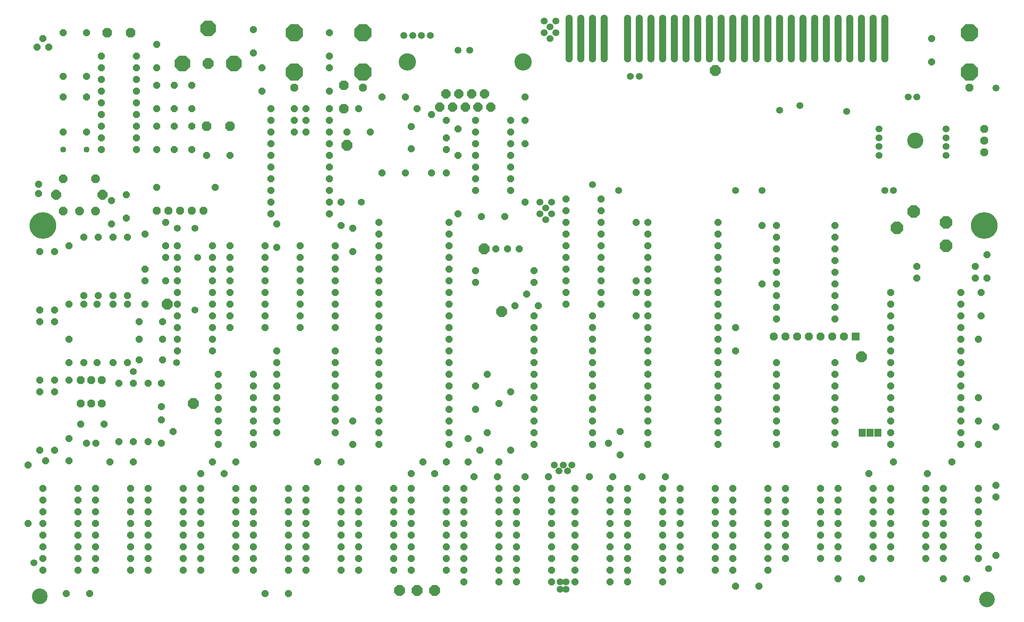
<source format=gts>
G04 EAGLE Gerber RS-274X export*
G75*
%MOMM*%
%FSLAX34Y34*%
%LPD*%
%INTop Soldermask*%
%IPPOS*%
%AMOC8*
5,1,8,0,0,1.08239X$1,22.5*%
G01*
%ADD10C,3.403200*%
%ADD11C,5.791200*%
%ADD12C,1.503200*%
%ADD13P,2.969212X8X112.500000*%
%ADD14P,1.649562X8X112.500000*%
%ADD15P,1.649562X8X292.500000*%
%ADD16P,1.649562X8X202.500000*%
%ADD17P,2.969212X8X247.500000*%
%ADD18P,1.649562X8X22.500000*%
%ADD19P,2.281895X8X22.500000*%
%ADD20P,1.310991X8X202.500000*%
%ADD21P,1.869504X8X202.500000*%
%ADD22C,3.505200*%
%ADD23P,2.005885X8X202.500000*%
%ADD24P,2.330602X8X202.500000*%
%ADD25P,2.158177X8X202.500000*%
%ADD26C,3.759200*%
%ADD27P,1.869504X8X112.500000*%
%ADD28P,1.852186X8X292.500000*%
%ADD29R,1.711200X1.711200*%
%ADD30P,2.556822X8X202.500000*%
%ADD31P,2.556822X8X22.500000*%
%ADD32C,1.340609*%
%ADD33P,4.025625X8X202.500000*%
%ADD34P,1.852186X8X22.500000*%
%ADD35P,2.488090X8X22.500000*%
%ADD36P,3.711515X8X22.500000*%
%ADD37P,2.281895X8X112.500000*%
%ADD38R,1.503200X1.703200*%
%ADD39C,1.511200*%


D10*
X63500Y50800D03*
D11*
X69850Y857250D03*
X2114550Y857250D03*
D10*
X2120900Y44450D03*
D12*
X50800Y123825D03*
X2139950Y1155700D03*
D13*
X2032000Y812800D03*
X2032000Y863600D03*
D14*
X2108200Y660400D03*
X2108200Y711200D03*
X2120900Y742950D03*
X2120900Y793750D03*
X2101850Y381000D03*
X2101850Y431800D03*
D15*
X1574800Y635000D03*
X1574800Y584200D03*
X1358900Y711200D03*
X1358900Y660400D03*
D16*
X1422400Y311150D03*
X1371600Y311150D03*
X1308100Y311150D03*
X1257300Y311150D03*
D17*
X1961061Y887911D03*
X1925139Y851989D03*
D16*
X1168400Y311150D03*
X1117600Y311150D03*
X1057275Y311150D03*
X1006475Y311150D03*
D15*
X742950Y431800D03*
X742950Y381000D03*
X2000250Y1263650D03*
X2000250Y1212850D03*
D14*
X219075Y860425D03*
X219075Y911225D03*
D15*
X317500Y1073150D03*
X317500Y1022350D03*
D14*
X355600Y1022350D03*
X355600Y1073150D03*
X250825Y873125D03*
X250825Y923925D03*
D18*
X114300Y1060450D03*
X165100Y1060450D03*
D15*
X317500Y1162050D03*
X317500Y1111250D03*
X527050Y1282700D03*
X527050Y1231900D03*
D16*
X330200Y565150D03*
X279400Y565150D03*
X330200Y609600D03*
X279400Y609600D03*
X330200Y647700D03*
X279400Y647700D03*
D15*
X327025Y514350D03*
X327025Y463550D03*
D16*
X203200Y425450D03*
X152400Y425450D03*
X164465Y384175D03*
X184785Y384175D03*
D18*
X76200Y346075D03*
X127000Y346075D03*
D14*
X127000Y558800D03*
X127000Y609600D03*
X60325Y946785D03*
X60325Y926465D03*
D19*
X425450Y1073150D03*
X476250Y1073150D03*
D15*
X546100Y1200150D03*
X546100Y1149350D03*
D18*
X730250Y1060450D03*
X781050Y1060450D03*
D15*
X336550Y787400D03*
X336550Y736600D03*
X717550Y908050D03*
X717550Y857250D03*
X1117600Y1136650D03*
X1117600Y1085850D03*
X946150Y1022350D03*
X946150Y971550D03*
D18*
X806450Y971550D03*
X857250Y971550D03*
D15*
X1009650Y508000D03*
X1009650Y457200D03*
D18*
X1009650Y733425D03*
X1136650Y733425D03*
D15*
X2139950Y266700D03*
X2139950Y139700D03*
D14*
X2139950Y292100D03*
X2139950Y419100D03*
D16*
X692150Y1035050D03*
X565150Y1035050D03*
D18*
X615950Y1085850D03*
X565150Y1085850D03*
D14*
X222250Y558800D03*
X222250Y685800D03*
X222250Y704850D03*
X222250Y831850D03*
X254000Y558800D03*
X254000Y685800D03*
X254000Y704850D03*
X254000Y831850D03*
D15*
X95250Y495300D03*
X95250Y368300D03*
D18*
X1663700Y558800D03*
X1790700Y558800D03*
D14*
X127000Y393700D03*
X127000Y520700D03*
X38100Y209550D03*
X38100Y336550D03*
D15*
X63500Y647700D03*
X63500Y520700D03*
X95250Y647700D03*
X95250Y520700D03*
D14*
X63500Y673100D03*
X63500Y800100D03*
D15*
X692150Y1149350D03*
X692150Y1200150D03*
D18*
X692150Y1060450D03*
X641350Y1060450D03*
D14*
X190500Y704850D03*
X190500Y831850D03*
D20*
X165100Y1022350D03*
X114300Y1022350D03*
D18*
X1663700Y533400D03*
X1790700Y533400D03*
X1663700Y508000D03*
X1790700Y508000D03*
X1663700Y381000D03*
X1790700Y381000D03*
X1663700Y406400D03*
X1790700Y406400D03*
X1663700Y431800D03*
X1790700Y431800D03*
X1663700Y457200D03*
X1790700Y457200D03*
X1663700Y482600D03*
X1790700Y482600D03*
D16*
X1536700Y381000D03*
X1536700Y406400D03*
X1536700Y533400D03*
X1536700Y558800D03*
X1536700Y431800D03*
X1536700Y457200D03*
X1536700Y508000D03*
X1536700Y482600D03*
X1536700Y584200D03*
X1536700Y609600D03*
X1536700Y635000D03*
X1536700Y660400D03*
X1536700Y685800D03*
X1536700Y711200D03*
X1536700Y736600D03*
X1536700Y762000D03*
X1536700Y787400D03*
X1536700Y812800D03*
X1536700Y838200D03*
X1536700Y863600D03*
X1384300Y863600D03*
X1384300Y838200D03*
X1384300Y812800D03*
X1384300Y787400D03*
X1384300Y762000D03*
X1384300Y736600D03*
X1384300Y711200D03*
X1384300Y685800D03*
X1384300Y660400D03*
X1384300Y635000D03*
X1384300Y609600D03*
X1384300Y584200D03*
X1384300Y558800D03*
X1384300Y533400D03*
X1384300Y508000D03*
X1384300Y482600D03*
X1384300Y457200D03*
X1384300Y431800D03*
X1384300Y406400D03*
X1384300Y381000D03*
X438150Y584200D03*
X438150Y609600D03*
X438150Y736600D03*
X438150Y762000D03*
X438150Y635000D03*
X438150Y660400D03*
X438150Y711200D03*
X438150Y685800D03*
X438150Y787400D03*
X438150Y812800D03*
X361950Y812800D03*
X361950Y787400D03*
X361950Y762000D03*
X361950Y736600D03*
X361950Y711200D03*
X361950Y685800D03*
X361950Y660400D03*
X361950Y635000D03*
X361950Y609600D03*
X361950Y584200D03*
X273050Y1022350D03*
X273050Y1047750D03*
X273050Y1174750D03*
X273050Y1200150D03*
X273050Y1073150D03*
X273050Y1098550D03*
X273050Y1149350D03*
X273050Y1123950D03*
X273050Y1225550D03*
X196850Y1225550D03*
X196850Y1200150D03*
X196850Y1174750D03*
X196850Y1149350D03*
X196850Y1123950D03*
X196850Y1098550D03*
X196850Y1073150D03*
X196850Y1047750D03*
X196850Y1022350D03*
X146050Y107950D03*
X146050Y133350D03*
X146050Y260350D03*
X146050Y285750D03*
X146050Y158750D03*
X146050Y184150D03*
X146050Y234950D03*
X146050Y209550D03*
X69850Y285750D03*
X69850Y260350D03*
X69850Y234950D03*
X69850Y209550D03*
X69850Y184150D03*
X69850Y158750D03*
X69850Y133350D03*
X69850Y107950D03*
X260350Y107950D03*
X260350Y133350D03*
X260350Y260350D03*
X260350Y285750D03*
X260350Y158750D03*
X260350Y184150D03*
X260350Y234950D03*
X260350Y209550D03*
X184150Y285750D03*
X184150Y260350D03*
X184150Y234950D03*
X184150Y209550D03*
X184150Y184150D03*
X184150Y158750D03*
X184150Y133350D03*
X184150Y107950D03*
X374650Y107950D03*
X374650Y133350D03*
X374650Y260350D03*
X374650Y285750D03*
X374650Y158750D03*
X374650Y184150D03*
X374650Y234950D03*
X374650Y209550D03*
X298450Y285750D03*
X298450Y260350D03*
X298450Y234950D03*
X298450Y209550D03*
X298450Y184150D03*
X298450Y158750D03*
X298450Y133350D03*
X298450Y107950D03*
X488950Y107950D03*
X488950Y133350D03*
X488950Y260350D03*
X488950Y285750D03*
X488950Y158750D03*
X488950Y184150D03*
X488950Y234950D03*
X488950Y209550D03*
X412750Y285750D03*
X412750Y260350D03*
X412750Y234950D03*
X412750Y209550D03*
X412750Y184150D03*
X412750Y158750D03*
X412750Y133350D03*
X412750Y107950D03*
X603250Y107950D03*
X603250Y133350D03*
X603250Y260350D03*
X603250Y285750D03*
X603250Y158750D03*
X603250Y184150D03*
X603250Y234950D03*
X603250Y209550D03*
X527050Y285750D03*
X527050Y260350D03*
X527050Y234950D03*
X527050Y209550D03*
X527050Y184150D03*
X527050Y158750D03*
X527050Y133350D03*
X527050Y107950D03*
X717550Y107950D03*
X717550Y133350D03*
X717550Y260350D03*
X717550Y285750D03*
X717550Y158750D03*
X717550Y184150D03*
X717550Y234950D03*
X717550Y209550D03*
X641350Y285750D03*
X641350Y260350D03*
X641350Y234950D03*
X641350Y209550D03*
X641350Y184150D03*
X641350Y158750D03*
X641350Y133350D03*
X641350Y107950D03*
X831850Y107950D03*
X831850Y133350D03*
X831850Y260350D03*
X831850Y285750D03*
X831850Y158750D03*
X831850Y184150D03*
X831850Y234950D03*
X831850Y209550D03*
X755650Y285750D03*
X755650Y260350D03*
X755650Y234950D03*
X755650Y209550D03*
X755650Y184150D03*
X755650Y158750D03*
X755650Y133350D03*
X755650Y107950D03*
X2063750Y381000D03*
X2063750Y406400D03*
X2063750Y533400D03*
X2063750Y558800D03*
X2063750Y431800D03*
X2063750Y457200D03*
X2063750Y508000D03*
X2063750Y482600D03*
X2063750Y584200D03*
X2063750Y609600D03*
X2063750Y635000D03*
X2063750Y660400D03*
X2063750Y685800D03*
X2063750Y711200D03*
X1911350Y711200D03*
X1911350Y685800D03*
X1911350Y660400D03*
X1911350Y635000D03*
X1911350Y609600D03*
X1911350Y584200D03*
X1911350Y558800D03*
X1911350Y533400D03*
X1911350Y508000D03*
X1911350Y482600D03*
X1911350Y457200D03*
X1911350Y431800D03*
X1911350Y406400D03*
X1911350Y381000D03*
X946150Y107950D03*
X946150Y133350D03*
X946150Y260350D03*
X946150Y285750D03*
X946150Y158750D03*
X946150Y184150D03*
X946150Y234950D03*
X946150Y209550D03*
X869950Y285750D03*
X869950Y260350D03*
X869950Y234950D03*
X869950Y209550D03*
X869950Y184150D03*
X869950Y158750D03*
X869950Y133350D03*
X869950Y107950D03*
X1416050Y82550D03*
X1416050Y107950D03*
X1416050Y234950D03*
X1416050Y260350D03*
X1416050Y133350D03*
X1416050Y158750D03*
X1416050Y209550D03*
X1416050Y184150D03*
X1416050Y285750D03*
X1339850Y285750D03*
X1339850Y260350D03*
X1339850Y234950D03*
X1339850Y209550D03*
X1339850Y184150D03*
X1339850Y158750D03*
X1339850Y133350D03*
X1339850Y107950D03*
X1339850Y82550D03*
X1174750Y82550D03*
X1174750Y107950D03*
X1174750Y234950D03*
X1174750Y260350D03*
X1174750Y133350D03*
X1174750Y158750D03*
X1174750Y209550D03*
X1174750Y184150D03*
X1174750Y285750D03*
X1098550Y285750D03*
X1098550Y260350D03*
X1098550Y234950D03*
X1098550Y209550D03*
X1098550Y184150D03*
X1098550Y158750D03*
X1098550Y133350D03*
X1098550Y107950D03*
X1098550Y82550D03*
X1301750Y82550D03*
X1301750Y107950D03*
X1301750Y234950D03*
X1301750Y260350D03*
X1301750Y133350D03*
X1301750Y158750D03*
X1301750Y209550D03*
X1301750Y184150D03*
X1301750Y285750D03*
X1225550Y285750D03*
X1225550Y260350D03*
X1225550Y234950D03*
X1225550Y209550D03*
X1225550Y184150D03*
X1225550Y158750D03*
X1225550Y133350D03*
X1225550Y107950D03*
X1225550Y82550D03*
X1060450Y82550D03*
X1060450Y107950D03*
X1060450Y234950D03*
X1060450Y260350D03*
X1060450Y133350D03*
X1060450Y158750D03*
X1060450Y209550D03*
X1060450Y184150D03*
X1060450Y285750D03*
X984250Y285750D03*
X984250Y260350D03*
X984250Y234950D03*
X984250Y209550D03*
X984250Y184150D03*
X984250Y158750D03*
X984250Y133350D03*
X984250Y107950D03*
X984250Y82550D03*
X1987550Y133350D03*
X1987550Y158750D03*
X1987550Y285750D03*
X1911350Y285750D03*
X1987550Y184150D03*
X1987550Y209550D03*
X1987550Y260350D03*
X1987550Y234950D03*
X1911350Y260350D03*
X1911350Y234950D03*
X1911350Y209550D03*
X1911350Y184150D03*
X1911350Y158750D03*
X1911350Y133350D03*
X1873250Y133350D03*
X1873250Y158750D03*
X1873250Y285750D03*
X1797050Y285750D03*
X1873250Y184150D03*
X1873250Y209550D03*
X1873250Y260350D03*
X1873250Y234950D03*
X1797050Y260350D03*
X1797050Y234950D03*
X1797050Y209550D03*
X1797050Y184150D03*
X1797050Y158750D03*
X1797050Y133350D03*
X2101850Y133350D03*
X2101850Y158750D03*
X2101850Y285750D03*
X2025650Y285750D03*
X2101850Y184150D03*
X2101850Y209550D03*
X2101850Y260350D03*
X2101850Y234950D03*
X2025650Y260350D03*
X2025650Y234950D03*
X2025650Y209550D03*
X2025650Y184150D03*
X2025650Y158750D03*
X2025650Y133350D03*
X1085850Y933450D03*
X1085850Y958850D03*
X1085850Y1085850D03*
X1009650Y1085850D03*
X1085850Y984250D03*
X1085850Y1009650D03*
X1085850Y1060450D03*
X1085850Y1035050D03*
X1009650Y1060450D03*
X1009650Y1035050D03*
X1009650Y1009650D03*
X1009650Y984250D03*
X1009650Y958850D03*
X1009650Y933450D03*
X952500Y381000D03*
X952500Y406400D03*
X952500Y533400D03*
X952500Y558800D03*
X952500Y431800D03*
X952500Y457200D03*
X952500Y508000D03*
X952500Y482600D03*
X952500Y584200D03*
X952500Y609600D03*
X952500Y635000D03*
X952500Y660400D03*
X952500Y685800D03*
X952500Y711200D03*
X952500Y736600D03*
X952500Y762000D03*
X952500Y787400D03*
X952500Y812800D03*
X952500Y838200D03*
X952500Y863600D03*
X800100Y863600D03*
X800100Y838200D03*
X800100Y812800D03*
X800100Y787400D03*
X800100Y762000D03*
X800100Y736600D03*
X800100Y711200D03*
X800100Y685800D03*
X800100Y660400D03*
X800100Y635000D03*
X800100Y609600D03*
X800100Y584200D03*
X800100Y558800D03*
X800100Y533400D03*
X800100Y508000D03*
X800100Y482600D03*
X800100Y457200D03*
X800100Y431800D03*
X800100Y406400D03*
X800100Y381000D03*
X527050Y381000D03*
X527050Y406400D03*
X527050Y533400D03*
X450850Y533400D03*
X527050Y431800D03*
X527050Y457200D03*
X527050Y508000D03*
X527050Y482600D03*
X450850Y508000D03*
X450850Y482600D03*
X450850Y457200D03*
X450850Y431800D03*
X450850Y406400D03*
X450850Y381000D03*
X1758950Y133350D03*
X1758950Y158750D03*
X1758950Y285750D03*
X1682750Y285750D03*
X1758950Y184150D03*
X1758950Y209550D03*
X1758950Y260350D03*
X1758950Y234950D03*
X1682750Y260350D03*
X1682750Y234950D03*
X1682750Y209550D03*
X1682750Y184150D03*
X1682750Y158750D03*
X1682750Y133350D03*
X1644650Y107950D03*
X1644650Y133350D03*
X1644650Y260350D03*
X1644650Y285750D03*
X1644650Y158750D03*
X1644650Y184150D03*
X1644650Y234950D03*
X1644650Y209550D03*
X1568450Y285750D03*
X1568450Y260350D03*
X1568450Y234950D03*
X1568450Y209550D03*
X1568450Y184150D03*
X1568450Y158750D03*
X1568450Y133350D03*
X1568450Y107950D03*
X1530350Y107950D03*
X1530350Y133350D03*
X1530350Y260350D03*
X1530350Y285750D03*
X1530350Y158750D03*
X1530350Y184150D03*
X1530350Y234950D03*
X1530350Y209550D03*
X1454150Y285750D03*
X1454150Y260350D03*
X1454150Y234950D03*
X1454150Y209550D03*
X1454150Y184150D03*
X1454150Y158750D03*
X1454150Y133350D03*
X1454150Y107950D03*
X704850Y635000D03*
X704850Y660400D03*
X704850Y787400D03*
X704850Y812800D03*
X704850Y685800D03*
X704850Y711200D03*
X704850Y762000D03*
X704850Y736600D03*
X628650Y812800D03*
X628650Y787400D03*
X628650Y762000D03*
X628650Y736600D03*
X628650Y711200D03*
X628650Y685800D03*
X628650Y660400D03*
X628650Y635000D03*
X552450Y635000D03*
X552450Y660400D03*
X552450Y787400D03*
X552450Y812800D03*
X552450Y685800D03*
X552450Y711200D03*
X552450Y762000D03*
X552450Y736600D03*
X476250Y812800D03*
X476250Y787400D03*
X476250Y762000D03*
X476250Y736600D03*
X476250Y711200D03*
X476250Y685800D03*
X476250Y660400D03*
X476250Y635000D03*
D21*
X2114550Y1016000D03*
X2114550Y1041400D03*
X2114550Y1066800D03*
D22*
X1964690Y1041400D03*
D23*
X184425Y959125D03*
X184425Y888725D03*
X114025Y888725D03*
X114025Y959125D03*
D24*
X199425Y923925D03*
X99025Y923925D03*
D23*
X149225Y888725D03*
D14*
X292100Y762000D03*
X292100Y838200D03*
D25*
X932053Y1114449D03*
X959739Y1114449D03*
X987425Y1114449D03*
X1015111Y1114449D03*
X1042797Y1114449D03*
X945896Y1142885D03*
X973582Y1142885D03*
X1001268Y1142885D03*
X1028954Y1142885D03*
D26*
X1112838Y1212850D03*
X862013Y1212850D03*
D16*
X1323975Y409575D03*
X1323975Y358775D03*
X1298575Y384175D03*
D18*
X993775Y342900D03*
X993775Y393700D03*
X1019175Y368300D03*
X946150Y1085850D03*
X971550Y1066800D03*
X946150Y1047750D03*
X327025Y384175D03*
X327025Y434975D03*
X352425Y409575D03*
D27*
X151765Y469900D03*
X174625Y469900D03*
X197485Y469900D03*
X151765Y520700D03*
X174625Y520700D03*
X197485Y520700D03*
D14*
X1146175Y682625D03*
X1095375Y682625D03*
X1120775Y708025D03*
D18*
X1136650Y635000D03*
X1263650Y635000D03*
D16*
X704850Y558800D03*
X577850Y558800D03*
X704850Y533400D03*
X577850Y533400D03*
X704850Y508000D03*
X577850Y508000D03*
X704850Y482600D03*
X577850Y482600D03*
X704850Y457200D03*
X577850Y457200D03*
X704850Y431800D03*
X577850Y431800D03*
D18*
X577850Y406400D03*
X704850Y406400D03*
D16*
X1790700Y857250D03*
X1663700Y857250D03*
X1790700Y831850D03*
X1663700Y831850D03*
X1790700Y806450D03*
X1663700Y806450D03*
D18*
X1136650Y609600D03*
X1263650Y609600D03*
D16*
X1790700Y781050D03*
X1663700Y781050D03*
X1790700Y755650D03*
X1663700Y755650D03*
X1790700Y730250D03*
X1663700Y730250D03*
X1790700Y704850D03*
X1663700Y704850D03*
X1790700Y679450D03*
X1663700Y679450D03*
D18*
X1136650Y406400D03*
X1263650Y406400D03*
D16*
X2044700Y342900D03*
X1917700Y342900D03*
X1263650Y381000D03*
X1136650Y381000D03*
D14*
X2101850Y482600D03*
X2101850Y609600D03*
X1358900Y736600D03*
X1358900Y863600D03*
D18*
X1136650Y584200D03*
X1263650Y584200D03*
D15*
X1631950Y857250D03*
X1631950Y730250D03*
D16*
X2095500Y768350D03*
X1968500Y768350D03*
D18*
X1663700Y654050D03*
X1790700Y654050D03*
X1863725Y317500D03*
X1990725Y317500D03*
D16*
X1136650Y758825D03*
X1009650Y758825D03*
X692150Y984250D03*
X565150Y984250D03*
X692150Y958850D03*
X565150Y958850D03*
X692150Y933450D03*
X565150Y933450D03*
X692150Y908050D03*
X565150Y908050D03*
X692150Y882650D03*
X565150Y882650D03*
D18*
X1136650Y558800D03*
X1263650Y558800D03*
X565150Y1009650D03*
X692150Y1009650D03*
D16*
X615950Y1060450D03*
X565150Y1060450D03*
X615950Y1111250D03*
X565150Y1111250D03*
D15*
X1117600Y1035050D03*
X1117600Y908050D03*
X914400Y1098550D03*
X914400Y971550D03*
D18*
X1968500Y742950D03*
X2095500Y742950D03*
D16*
X882650Y1111250D03*
X755650Y1111250D03*
D14*
X971550Y882650D03*
X971550Y1009650D03*
D15*
X1085850Y495300D03*
X1085850Y368300D03*
D14*
X1035050Y406400D03*
X1035050Y533400D03*
D18*
X1136650Y533400D03*
X1263650Y533400D03*
D14*
X1060450Y342900D03*
X1060450Y469900D03*
D18*
X1136650Y431800D03*
X1263650Y431800D03*
D14*
X158750Y704850D03*
X158750Y831850D03*
X158750Y558800D03*
X158750Y685800D03*
D18*
X425450Y1009650D03*
X476250Y1009650D03*
D14*
X393700Y1022350D03*
X393700Y1073150D03*
D15*
X317500Y1250950D03*
X317500Y1200150D03*
X393700Y1162050D03*
X393700Y1111250D03*
D16*
X165100Y1136650D03*
X114300Y1136650D03*
D18*
X1136650Y508000D03*
X1263650Y508000D03*
D15*
X127000Y812800D03*
X127000Y685800D03*
D14*
X298450Y387350D03*
X298450Y514350D03*
X234950Y387350D03*
X234950Y514350D03*
X266700Y387350D03*
X266700Y514350D03*
X63500Y368300D03*
X63500Y495300D03*
X95250Y673100D03*
X95250Y800100D03*
D18*
X806450Y1136650D03*
X857250Y1136650D03*
X1136650Y482600D03*
X1263650Y482600D03*
D15*
X692150Y1276350D03*
X692150Y1225550D03*
X292100Y736600D03*
X292100Y685800D03*
X336550Y863600D03*
X336550Y812800D03*
D18*
X641350Y1111250D03*
X692150Y1111250D03*
X641350Y1085850D03*
X692150Y1085850D03*
D14*
X187325Y558800D03*
X187325Y685800D03*
D18*
X1136650Y457200D03*
X1263650Y457200D03*
D16*
X704850Y584200D03*
X577850Y584200D03*
D18*
X1136650Y660400D03*
X1263650Y660400D03*
D28*
X419100Y889000D03*
X393700Y889000D03*
X368300Y889000D03*
X342900Y889000D03*
X317500Y889000D03*
D29*
X1835150Y615950D03*
D28*
X1809750Y615950D03*
X1784350Y615950D03*
X1758950Y615950D03*
X1733550Y615950D03*
X1708150Y615950D03*
X1682750Y615950D03*
X1657350Y615950D03*
D30*
X1066800Y669925D03*
X1530350Y1193800D03*
X920750Y63500D03*
X844550Y63500D03*
X882650Y63500D03*
X396875Y469900D03*
D31*
X1028700Y806450D03*
D32*
X1213513Y1218537D02*
X1213513Y1308763D01*
X1213513Y1218537D02*
X1212187Y1218537D01*
X1212187Y1308763D01*
X1213513Y1308763D01*
X1213513Y1231273D02*
X1212187Y1231273D01*
X1212187Y1244009D02*
X1213513Y1244009D01*
X1213513Y1256745D02*
X1212187Y1256745D01*
X1212187Y1269481D02*
X1213513Y1269481D01*
X1213513Y1282217D02*
X1212187Y1282217D01*
X1212187Y1294953D02*
X1213513Y1294953D01*
X1213513Y1307689D02*
X1212187Y1307689D01*
X1238913Y1308763D02*
X1238913Y1218537D01*
X1237587Y1218537D01*
X1237587Y1308763D01*
X1238913Y1308763D01*
X1238913Y1231273D02*
X1237587Y1231273D01*
X1237587Y1244009D02*
X1238913Y1244009D01*
X1238913Y1256745D02*
X1237587Y1256745D01*
X1237587Y1269481D02*
X1238913Y1269481D01*
X1238913Y1282217D02*
X1237587Y1282217D01*
X1237587Y1294953D02*
X1238913Y1294953D01*
X1238913Y1307689D02*
X1237587Y1307689D01*
X1264313Y1308763D02*
X1264313Y1218537D01*
X1262987Y1218537D01*
X1262987Y1308763D01*
X1264313Y1308763D01*
X1264313Y1231273D02*
X1262987Y1231273D01*
X1262987Y1244009D02*
X1264313Y1244009D01*
X1264313Y1256745D02*
X1262987Y1256745D01*
X1262987Y1269481D02*
X1264313Y1269481D01*
X1264313Y1282217D02*
X1262987Y1282217D01*
X1262987Y1294953D02*
X1264313Y1294953D01*
X1264313Y1307689D02*
X1262987Y1307689D01*
X1289713Y1308763D02*
X1289713Y1218537D01*
X1288387Y1218537D01*
X1288387Y1308763D01*
X1289713Y1308763D01*
X1289713Y1231273D02*
X1288387Y1231273D01*
X1288387Y1244009D02*
X1289713Y1244009D01*
X1289713Y1256745D02*
X1288387Y1256745D01*
X1288387Y1269481D02*
X1289713Y1269481D01*
X1289713Y1282217D02*
X1288387Y1282217D01*
X1288387Y1294953D02*
X1289713Y1294953D01*
X1289713Y1307689D02*
X1288387Y1307689D01*
X1340513Y1308763D02*
X1340513Y1218537D01*
X1339187Y1218537D01*
X1339187Y1308763D01*
X1340513Y1308763D01*
X1340513Y1231273D02*
X1339187Y1231273D01*
X1339187Y1244009D02*
X1340513Y1244009D01*
X1340513Y1256745D02*
X1339187Y1256745D01*
X1339187Y1269481D02*
X1340513Y1269481D01*
X1340513Y1282217D02*
X1339187Y1282217D01*
X1339187Y1294953D02*
X1340513Y1294953D01*
X1340513Y1307689D02*
X1339187Y1307689D01*
X1365913Y1308763D02*
X1365913Y1218537D01*
X1364587Y1218537D01*
X1364587Y1308763D01*
X1365913Y1308763D01*
X1365913Y1231273D02*
X1364587Y1231273D01*
X1364587Y1244009D02*
X1365913Y1244009D01*
X1365913Y1256745D02*
X1364587Y1256745D01*
X1364587Y1269481D02*
X1365913Y1269481D01*
X1365913Y1282217D02*
X1364587Y1282217D01*
X1364587Y1294953D02*
X1365913Y1294953D01*
X1365913Y1307689D02*
X1364587Y1307689D01*
X1391313Y1308763D02*
X1391313Y1218537D01*
X1389987Y1218537D01*
X1389987Y1308763D01*
X1391313Y1308763D01*
X1391313Y1231273D02*
X1389987Y1231273D01*
X1389987Y1244009D02*
X1391313Y1244009D01*
X1391313Y1256745D02*
X1389987Y1256745D01*
X1389987Y1269481D02*
X1391313Y1269481D01*
X1391313Y1282217D02*
X1389987Y1282217D01*
X1389987Y1294953D02*
X1391313Y1294953D01*
X1391313Y1307689D02*
X1389987Y1307689D01*
X1416713Y1308763D02*
X1416713Y1218537D01*
X1415387Y1218537D01*
X1415387Y1308763D01*
X1416713Y1308763D01*
X1416713Y1231273D02*
X1415387Y1231273D01*
X1415387Y1244009D02*
X1416713Y1244009D01*
X1416713Y1256745D02*
X1415387Y1256745D01*
X1415387Y1269481D02*
X1416713Y1269481D01*
X1416713Y1282217D02*
X1415387Y1282217D01*
X1415387Y1294953D02*
X1416713Y1294953D01*
X1416713Y1307689D02*
X1415387Y1307689D01*
X1442113Y1308763D02*
X1442113Y1218537D01*
X1440787Y1218537D01*
X1440787Y1308763D01*
X1442113Y1308763D01*
X1442113Y1231273D02*
X1440787Y1231273D01*
X1440787Y1244009D02*
X1442113Y1244009D01*
X1442113Y1256745D02*
X1440787Y1256745D01*
X1440787Y1269481D02*
X1442113Y1269481D01*
X1442113Y1282217D02*
X1440787Y1282217D01*
X1440787Y1294953D02*
X1442113Y1294953D01*
X1442113Y1307689D02*
X1440787Y1307689D01*
X1467513Y1308763D02*
X1467513Y1218537D01*
X1466187Y1218537D01*
X1466187Y1308763D01*
X1467513Y1308763D01*
X1467513Y1231273D02*
X1466187Y1231273D01*
X1466187Y1244009D02*
X1467513Y1244009D01*
X1467513Y1256745D02*
X1466187Y1256745D01*
X1466187Y1269481D02*
X1467513Y1269481D01*
X1467513Y1282217D02*
X1466187Y1282217D01*
X1466187Y1294953D02*
X1467513Y1294953D01*
X1467513Y1307689D02*
X1466187Y1307689D01*
X1492913Y1308763D02*
X1492913Y1218537D01*
X1491587Y1218537D01*
X1491587Y1308763D01*
X1492913Y1308763D01*
X1492913Y1231273D02*
X1491587Y1231273D01*
X1491587Y1244009D02*
X1492913Y1244009D01*
X1492913Y1256745D02*
X1491587Y1256745D01*
X1491587Y1269481D02*
X1492913Y1269481D01*
X1492913Y1282217D02*
X1491587Y1282217D01*
X1491587Y1294953D02*
X1492913Y1294953D01*
X1492913Y1307689D02*
X1491587Y1307689D01*
X1518313Y1308763D02*
X1518313Y1218537D01*
X1516987Y1218537D01*
X1516987Y1308763D01*
X1518313Y1308763D01*
X1518313Y1231273D02*
X1516987Y1231273D01*
X1516987Y1244009D02*
X1518313Y1244009D01*
X1518313Y1256745D02*
X1516987Y1256745D01*
X1516987Y1269481D02*
X1518313Y1269481D01*
X1518313Y1282217D02*
X1516987Y1282217D01*
X1516987Y1294953D02*
X1518313Y1294953D01*
X1518313Y1307689D02*
X1516987Y1307689D01*
X1543713Y1308763D02*
X1543713Y1218537D01*
X1542387Y1218537D01*
X1542387Y1308763D01*
X1543713Y1308763D01*
X1543713Y1231273D02*
X1542387Y1231273D01*
X1542387Y1244009D02*
X1543713Y1244009D01*
X1543713Y1256745D02*
X1542387Y1256745D01*
X1542387Y1269481D02*
X1543713Y1269481D01*
X1543713Y1282217D02*
X1542387Y1282217D01*
X1542387Y1294953D02*
X1543713Y1294953D01*
X1543713Y1307689D02*
X1542387Y1307689D01*
X1569113Y1308763D02*
X1569113Y1218537D01*
X1567787Y1218537D01*
X1567787Y1308763D01*
X1569113Y1308763D01*
X1569113Y1231273D02*
X1567787Y1231273D01*
X1567787Y1244009D02*
X1569113Y1244009D01*
X1569113Y1256745D02*
X1567787Y1256745D01*
X1567787Y1269481D02*
X1569113Y1269481D01*
X1569113Y1282217D02*
X1567787Y1282217D01*
X1567787Y1294953D02*
X1569113Y1294953D01*
X1569113Y1307689D02*
X1567787Y1307689D01*
X1594513Y1308763D02*
X1594513Y1218537D01*
X1593187Y1218537D01*
X1593187Y1308763D01*
X1594513Y1308763D01*
X1594513Y1231273D02*
X1593187Y1231273D01*
X1593187Y1244009D02*
X1594513Y1244009D01*
X1594513Y1256745D02*
X1593187Y1256745D01*
X1593187Y1269481D02*
X1594513Y1269481D01*
X1594513Y1282217D02*
X1593187Y1282217D01*
X1593187Y1294953D02*
X1594513Y1294953D01*
X1594513Y1307689D02*
X1593187Y1307689D01*
X1619913Y1308763D02*
X1619913Y1218537D01*
X1618587Y1218537D01*
X1618587Y1308763D01*
X1619913Y1308763D01*
X1619913Y1231273D02*
X1618587Y1231273D01*
X1618587Y1244009D02*
X1619913Y1244009D01*
X1619913Y1256745D02*
X1618587Y1256745D01*
X1618587Y1269481D02*
X1619913Y1269481D01*
X1619913Y1282217D02*
X1618587Y1282217D01*
X1618587Y1294953D02*
X1619913Y1294953D01*
X1619913Y1307689D02*
X1618587Y1307689D01*
X1645313Y1308763D02*
X1645313Y1218537D01*
X1643987Y1218537D01*
X1643987Y1308763D01*
X1645313Y1308763D01*
X1645313Y1231273D02*
X1643987Y1231273D01*
X1643987Y1244009D02*
X1645313Y1244009D01*
X1645313Y1256745D02*
X1643987Y1256745D01*
X1643987Y1269481D02*
X1645313Y1269481D01*
X1645313Y1282217D02*
X1643987Y1282217D01*
X1643987Y1294953D02*
X1645313Y1294953D01*
X1645313Y1307689D02*
X1643987Y1307689D01*
X1670713Y1308763D02*
X1670713Y1218537D01*
X1669387Y1218537D01*
X1669387Y1308763D01*
X1670713Y1308763D01*
X1670713Y1231273D02*
X1669387Y1231273D01*
X1669387Y1244009D02*
X1670713Y1244009D01*
X1670713Y1256745D02*
X1669387Y1256745D01*
X1669387Y1269481D02*
X1670713Y1269481D01*
X1670713Y1282217D02*
X1669387Y1282217D01*
X1669387Y1294953D02*
X1670713Y1294953D01*
X1670713Y1307689D02*
X1669387Y1307689D01*
X1696113Y1308763D02*
X1696113Y1218537D01*
X1694787Y1218537D01*
X1694787Y1308763D01*
X1696113Y1308763D01*
X1696113Y1231273D02*
X1694787Y1231273D01*
X1694787Y1244009D02*
X1696113Y1244009D01*
X1696113Y1256745D02*
X1694787Y1256745D01*
X1694787Y1269481D02*
X1696113Y1269481D01*
X1696113Y1282217D02*
X1694787Y1282217D01*
X1694787Y1294953D02*
X1696113Y1294953D01*
X1696113Y1307689D02*
X1694787Y1307689D01*
X1721513Y1308763D02*
X1721513Y1218537D01*
X1720187Y1218537D01*
X1720187Y1308763D01*
X1721513Y1308763D01*
X1721513Y1231273D02*
X1720187Y1231273D01*
X1720187Y1244009D02*
X1721513Y1244009D01*
X1721513Y1256745D02*
X1720187Y1256745D01*
X1720187Y1269481D02*
X1721513Y1269481D01*
X1721513Y1282217D02*
X1720187Y1282217D01*
X1720187Y1294953D02*
X1721513Y1294953D01*
X1721513Y1307689D02*
X1720187Y1307689D01*
X1746913Y1308763D02*
X1746913Y1218537D01*
X1745587Y1218537D01*
X1745587Y1308763D01*
X1746913Y1308763D01*
X1746913Y1231273D02*
X1745587Y1231273D01*
X1745587Y1244009D02*
X1746913Y1244009D01*
X1746913Y1256745D02*
X1745587Y1256745D01*
X1745587Y1269481D02*
X1746913Y1269481D01*
X1746913Y1282217D02*
X1745587Y1282217D01*
X1745587Y1294953D02*
X1746913Y1294953D01*
X1746913Y1307689D02*
X1745587Y1307689D01*
X1772313Y1308763D02*
X1772313Y1218537D01*
X1770987Y1218537D01*
X1770987Y1308763D01*
X1772313Y1308763D01*
X1772313Y1231273D02*
X1770987Y1231273D01*
X1770987Y1244009D02*
X1772313Y1244009D01*
X1772313Y1256745D02*
X1770987Y1256745D01*
X1770987Y1269481D02*
X1772313Y1269481D01*
X1772313Y1282217D02*
X1770987Y1282217D01*
X1770987Y1294953D02*
X1772313Y1294953D01*
X1772313Y1307689D02*
X1770987Y1307689D01*
X1797713Y1308763D02*
X1797713Y1218537D01*
X1796387Y1218537D01*
X1796387Y1308763D01*
X1797713Y1308763D01*
X1797713Y1231273D02*
X1796387Y1231273D01*
X1796387Y1244009D02*
X1797713Y1244009D01*
X1797713Y1256745D02*
X1796387Y1256745D01*
X1796387Y1269481D02*
X1797713Y1269481D01*
X1797713Y1282217D02*
X1796387Y1282217D01*
X1796387Y1294953D02*
X1797713Y1294953D01*
X1797713Y1307689D02*
X1796387Y1307689D01*
X1823113Y1308763D02*
X1823113Y1218537D01*
X1821787Y1218537D01*
X1821787Y1308763D01*
X1823113Y1308763D01*
X1823113Y1231273D02*
X1821787Y1231273D01*
X1821787Y1244009D02*
X1823113Y1244009D01*
X1823113Y1256745D02*
X1821787Y1256745D01*
X1821787Y1269481D02*
X1823113Y1269481D01*
X1823113Y1282217D02*
X1821787Y1282217D01*
X1821787Y1294953D02*
X1823113Y1294953D01*
X1823113Y1307689D02*
X1821787Y1307689D01*
X1848513Y1308763D02*
X1848513Y1218537D01*
X1847187Y1218537D01*
X1847187Y1308763D01*
X1848513Y1308763D01*
X1848513Y1231273D02*
X1847187Y1231273D01*
X1847187Y1244009D02*
X1848513Y1244009D01*
X1848513Y1256745D02*
X1847187Y1256745D01*
X1847187Y1269481D02*
X1848513Y1269481D01*
X1848513Y1282217D02*
X1847187Y1282217D01*
X1847187Y1294953D02*
X1848513Y1294953D01*
X1848513Y1307689D02*
X1847187Y1307689D01*
X1873913Y1308763D02*
X1873913Y1218537D01*
X1872587Y1218537D01*
X1872587Y1308763D01*
X1873913Y1308763D01*
X1873913Y1231273D02*
X1872587Y1231273D01*
X1872587Y1244009D02*
X1873913Y1244009D01*
X1873913Y1256745D02*
X1872587Y1256745D01*
X1872587Y1269481D02*
X1873913Y1269481D01*
X1873913Y1282217D02*
X1872587Y1282217D01*
X1872587Y1294953D02*
X1873913Y1294953D01*
X1873913Y1307689D02*
X1872587Y1307689D01*
X1899313Y1308763D02*
X1899313Y1218537D01*
X1897987Y1218537D01*
X1897987Y1308763D01*
X1899313Y1308763D01*
X1899313Y1231273D02*
X1897987Y1231273D01*
X1897987Y1244009D02*
X1899313Y1244009D01*
X1899313Y1256745D02*
X1897987Y1256745D01*
X1897987Y1269481D02*
X1899313Y1269481D01*
X1899313Y1282217D02*
X1897987Y1282217D01*
X1897987Y1294953D02*
X1899313Y1294953D01*
X1899313Y1307689D02*
X1897987Y1307689D01*
D33*
X615950Y1276350D03*
X615950Y1190650D03*
D34*
X615950Y1156500D03*
D33*
X2082800Y1276350D03*
X2082800Y1190650D03*
D34*
X2082800Y1156500D03*
D33*
X765175Y1276350D03*
X765175Y1190650D03*
D34*
X765175Y1156500D03*
D14*
X869950Y1023620D03*
X869950Y1071880D03*
X355600Y1111250D03*
X355600Y1162050D03*
D16*
X1104900Y806450D03*
X1079500Y806450D03*
X1054100Y806450D03*
D14*
X577850Y809625D03*
X577850Y860425D03*
D15*
X742950Y850900D03*
X742950Y800100D03*
D18*
X317500Y939800D03*
X444500Y939800D03*
D16*
X603250Y57150D03*
X552450Y57150D03*
X171450Y57150D03*
X120650Y57150D03*
X2076450Y88900D03*
X2025650Y88900D03*
X1847850Y88900D03*
X1797050Y88900D03*
X1625600Y73025D03*
X1574800Y73025D03*
X463550Y317500D03*
X412750Y317500D03*
X920750Y317500D03*
X869950Y317500D03*
X266700Y342900D03*
X215900Y342900D03*
X946150Y342900D03*
X895350Y342900D03*
X717550Y342900D03*
X666750Y342900D03*
X488950Y342900D03*
X438150Y342900D03*
X1073150Y876300D03*
X1022350Y876300D03*
D31*
X730250Y1031875D03*
X1847850Y571500D03*
X339725Y685800D03*
D18*
X82550Y1244600D03*
X69850Y1263650D03*
X57150Y1244600D03*
X114300Y1181100D03*
X165100Y1181100D03*
D35*
X428625Y1209675D03*
D36*
X484505Y1209675D03*
X372745Y1209675D03*
X428625Y1285875D03*
D37*
X723900Y1111250D03*
X723900Y1162050D03*
D19*
X209550Y1276350D03*
X260350Y1276350D03*
D18*
X114300Y1276350D03*
X165100Y1276350D03*
D38*
X1849900Y406400D03*
X1866900Y406400D03*
X1883900Y406400D03*
D16*
X1282700Y685800D03*
X1282700Y711200D03*
X1282700Y838200D03*
X1282700Y863600D03*
X1282700Y736600D03*
X1282700Y762000D03*
X1282700Y812800D03*
X1282700Y787400D03*
X1282700Y889000D03*
X1282700Y914400D03*
X1206500Y914400D03*
X1206500Y889000D03*
X1206500Y863600D03*
X1206500Y838200D03*
X1206500Y812800D03*
X1206500Y787400D03*
X1206500Y762000D03*
X1206500Y736600D03*
X1206500Y711200D03*
X1206500Y685800D03*
D39*
X1193800Y82550D03*
X1206500Y82550D03*
X1193800Y66675D03*
X1206500Y66675D03*
X1174750Y908050D03*
X1149350Y908050D03*
X1149350Y882650D03*
X1174750Y882650D03*
X1162050Y869950D03*
X1162050Y895350D03*
X1158875Y1301750D03*
X1184275Y1301750D03*
X1184275Y1276350D03*
X1158875Y1276350D03*
X1171575Y1263650D03*
X1346200Y1181100D03*
X1365250Y1181100D03*
X1885950Y1066800D03*
X1885950Y1047750D03*
X1885950Y1028700D03*
X1885950Y1009650D03*
X2032000Y1009650D03*
X2032000Y1028700D03*
X2032000Y1047750D03*
X2032000Y1066800D03*
X1171575Y1289050D03*
X854075Y1270000D03*
X873125Y1270000D03*
X892175Y1270000D03*
X911225Y1270000D03*
X1181100Y336550D03*
X1200150Y336550D03*
X1219200Y336550D03*
X1190625Y323850D03*
X1209675Y323850D03*
X2124075Y111125D03*
X1898650Y933450D03*
X361950Y850900D03*
X1263650Y946150D03*
X1320800Y933450D03*
X1917700Y933450D03*
X1631950Y933450D03*
X1574800Y933450D03*
X762000Y908050D03*
X400050Y850900D03*
X406400Y787400D03*
X1816100Y1104900D03*
X1670050Y1108075D03*
X400050Y673100D03*
X360363Y558800D03*
X266700Y539750D03*
X971550Y1238250D03*
X1714500Y1117600D03*
X1949450Y1136650D03*
X1968500Y1136650D03*
X996950Y1238250D03*
M02*

</source>
